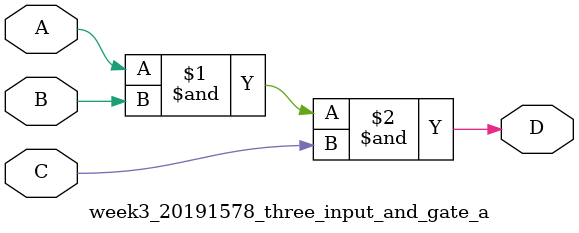
<source format=v>
`timescale 1ns / 1ps


module week3_20191578_three_input_and_gate_a(
    input A,
    input B,
    input C,
    output D
    );
    
    assign D = A & B & C;
    
endmodule

</source>
